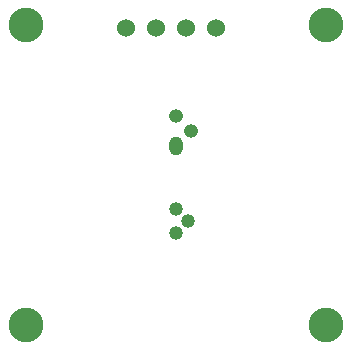
<source format=gbr>
%TF.GenerationSoftware,KiCad,Pcbnew,7.0.7*%
%TF.CreationDate,2023-11-02T23:29:27-05:00*%
%TF.ProjectId,Laser_Diode_Breakout,4c617365-725f-4446-996f-64655f427265,rev?*%
%TF.SameCoordinates,Original*%
%TF.FileFunction,Soldermask,Top*%
%TF.FilePolarity,Negative*%
%FSLAX46Y46*%
G04 Gerber Fmt 4.6, Leading zero omitted, Abs format (unit mm)*
G04 Created by KiCad (PCBNEW 7.0.7) date 2023-11-02 23:29:27*
%MOMM*%
%LPD*%
G01*
G04 APERTURE LIST*
%ADD10O,1.200000X1.600000*%
%ADD11O,1.200000X1.200000*%
%ADD12C,2.946400*%
%ADD13C,1.192000*%
%ADD14C,1.524000*%
G04 APERTURE END LIST*
D10*
%TO.C,D1*%
X66986724Y-32327276D03*
D11*
X68256724Y-31057276D03*
X66986724Y-29787276D03*
%TD*%
D12*
%TO.C,V2*%
X54254724Y-47519276D03*
%TD*%
%TO.C,V1*%
X79654724Y-22119276D03*
%TD*%
D13*
%TO.C,D2*%
X66985640Y-39676580D03*
X67985640Y-38676580D03*
X66985640Y-37676580D03*
%TD*%
D12*
%TO.C,V3*%
X54253704Y-22119016D03*
%TD*%
%TO.C,V4*%
X79653699Y-47519016D03*
%TD*%
D14*
%TO.C,Conn1*%
X70358000Y-22352000D03*
X67818000Y-22352000D03*
X65278000Y-22352000D03*
X62738000Y-22352000D03*
X62738000Y-22352000D03*
%TD*%
M02*

</source>
